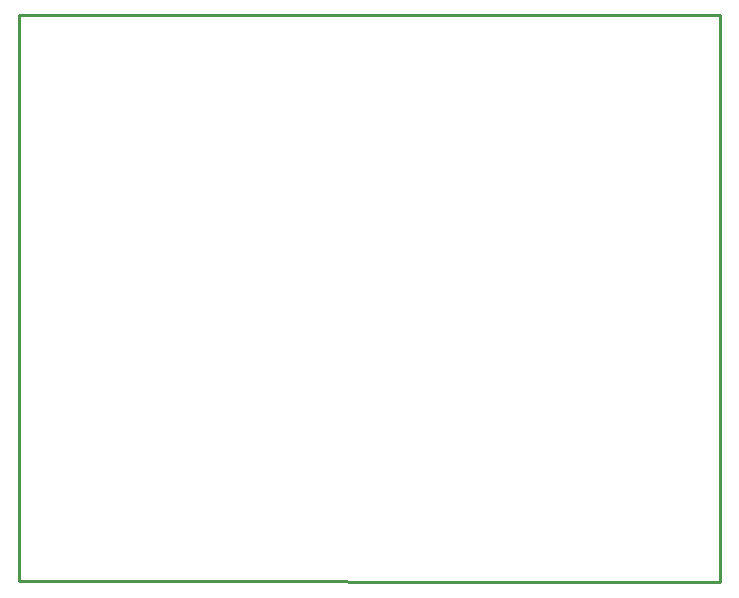
<source format=gko>
G04 Layer: BoardOutlineLayer*
G04 EasyEDA v6.5.34, 2023-09-27 10:23:30*
G04 87bef9fe7c554d65b7a66a9a83d39501,21748b100a60428d983dd69a996fde11,10*
G04 Gerber Generator version 0.2*
G04 Scale: 100 percent, Rotated: No, Reflected: No *
G04 Dimensions in millimeters *
G04 leading zeros omitted , absolute positions ,4 integer and 5 decimal *
%FSLAX45Y45*%
%MOMM*%

%ADD10C,0.2540*%
D10*
X7264400Y-1231900D02*
G01*
X1651000Y-1219200D01*
X1651000Y3162300D02*
G01*
X1651000Y3162300D01*
X1651000Y3568700D01*
X7581900Y3568700D01*
X7581900Y-1231900D01*
X7327900Y-1231900D01*
X7264400Y-1231900D01*
X7264400Y-1231900D01*
X1651000Y-1219202D02*
G01*
X1650250Y3152693D01*

%LPD*%
M02*

</source>
